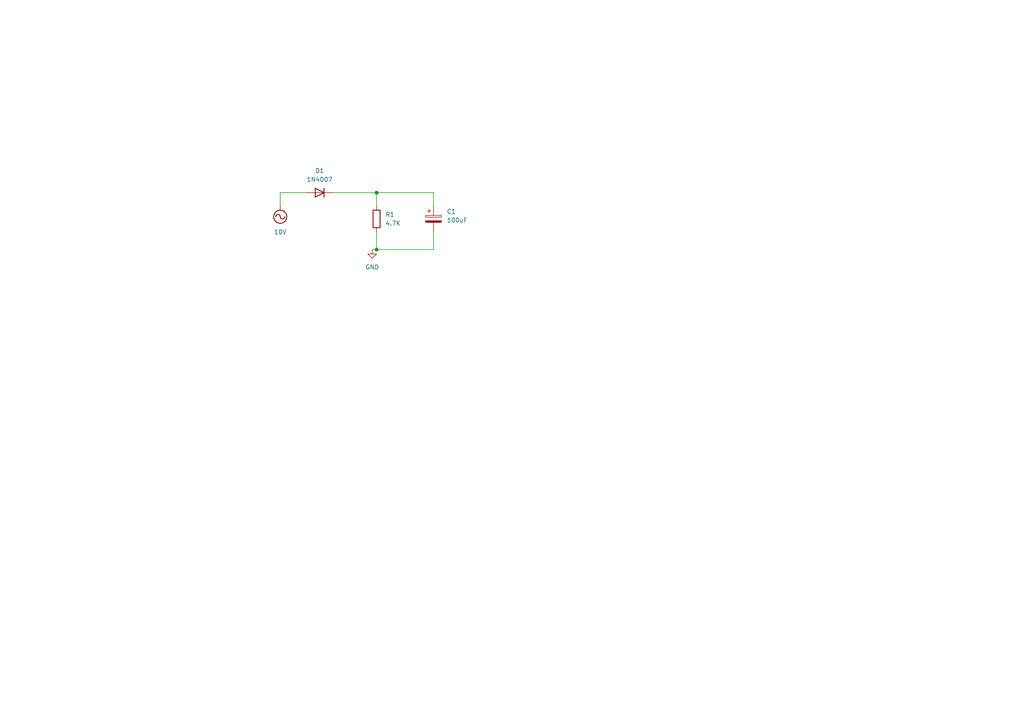
<source format=kicad_sch>
(kicad_sch (version 20231120) (generator "eeschema") (generator_version "8.0")
  (paper "A4")
  (lib_symbols
    (symbol "Device:C_Polarized" (pin_numbers hide) (pin_names (offset 0.254))
      (property "Reference" "C" (at 0.635 2.54 0))
      (property "Value" "C_Polarized" (at 0.635 -2.54 0))
      (symbol "C_Polarized_0_1"
        (rectangle (start -2.286 0.508) (end 2.286 1.016))
        (polyline (pts (xy -1.778 2.286) (xy -0.762 2.286)))
        (polyline (pts (xy -1.27 2.794) (xy -1.27 1.778)))
        (rectangle (start 2.286 -0.508) (end -2.286 -1.016) (fill (type outline)))
      )
      (symbol "C_Polarized_1_1"
        (pin passive line (at 0 3.81 270) (length 2.794) (name "~") (number "1"))
        (pin passive line (at 0 -3.81 90) (length 2.794) (name "~") (number "2"))
      )
    )
    (symbol "Device:R" (pin_numbers hide) (pin_names (offset 0))
      (property "Reference" "R" (at 2.032 0 90))
      (property "Value" "R" (at 0 0 90))
      (symbol "R_0_1"
        (rectangle (start -1.016 -2.54) (end 1.016 2.54) (stroke (width 0.254)))
      )
      (symbol "R_1_1"
        (pin passive line (at 0 3.81 270) (length 1.27) (name "~") (number "1"))
        (pin passive line (at 0 -3.81 90) (length 1.27) (name "~") (number "2"))
      )
    )
    (symbol "Diode:1N4007" (pin_numbers hide) (pin_names hide)
      (property "Reference" "D" (at 0 2.54 0))
      (property "Value" "1N4007" (at 0 -2.54 0))
      (symbol "1N4007_0_1"
        (polyline (pts (xy -1.27 1.27) (xy -1.27 -1.27)) (stroke (width 0.254)))
        (polyline (pts (xy 1.27 0) (xy -1.27 0)))
        (polyline (pts (xy 1.27 1.27) (xy 1.27 -1.27) (xy -1.27 0) (xy 1.27 1.27)) (stroke (width 0.254)))
      )
      (symbol "1N4007_1_1"
        (pin passive line (at -3.81 0 0) (length 2.54) (name "K") (number "1"))
        (pin passive line (at 3.81 0 180) (length 2.54) (name "A") (number "2"))
      )
    )
    (symbol "power:AC" (power) (pin_numbers hide) (pin_names (offset 0) hide)
      (property "Value" "AC" (at 0 6.35 0))
      (symbol "AC_0_1"
        (polyline (pts (xy 0 0) (xy 0 1.27)))
        (arc (start 0 3.175) (mid -0.635 3.8073) (end -1.27 3.175) (stroke (width 0.254)))
        (arc (start 0 3.175) (mid 0.635 2.5427) (end 1.27 3.175) (stroke (width 0.254)))
        (circle (center 0 3.175) (radius 1.905) (stroke (width 0.254)))
      )
      (symbol "AC_1_1"
        (pin power_in line (at 0 0 90) (length 0) (name "~") (number "1"))
      )
    )
    (symbol "power:GND" (power) (pin_numbers hide) (pin_names (offset 0) hide)
      (property "Value" "GND" (at 0 -3.81 0))
      (symbol "GND_0_1"
        (polyline (pts (xy 0 0) (xy 0 -1.27) (xy 1.27 -1.27) (xy 0 -2.54) (xy -1.27 -1.27) (xy 0 -1.27)))
      )
      (symbol "GND_1_1"
        (pin power_in line (at 0 0 270) (length 0) (name "~") (number "1"))
      )
    )
  )
  (junction (at 109.22 55.88))
  (junction (at 109.22 72.39))
  (wire (pts (xy 109.22 67.31) (xy 109.22 72.39)))
  (wire (pts (xy 109.22 55.88) (xy 109.22 59.69)))
  (wire (pts (xy 96.52 55.88) (xy 109.22 55.88)))
  (wire (pts (xy 81.28 59.69) (xy 81.28 55.88)))
  (wire (pts (xy 125.73 59.69) (xy 125.73 55.88)))
  (wire (pts (xy 109.22 72.39) (xy 125.73 72.39)))
  (wire (pts (xy 81.28 55.88) (xy 88.9 55.88)))
  (wire (pts (xy 109.22 55.88) (xy 125.73 55.88)))
  (wire (pts (xy 125.73 67.31) (xy 125.73 72.39)))
  (wire (pts (xy 107.95 72.39) (xy 109.22 72.39)))
  (symbol (lib_id "Device:R") (at 109.22 63.5 0) (unit 1)
    (property "Reference" "R1" (at 111.76 62.2299 0) (effects (justify left)))
    (property "Value" "4.7K" (at 111.76 64.7699 0) (effects (justify left)))
    (property "Description" "Resistor" (effects (hide yes)))
  )
  (symbol (lib_id "Diode:1N4007") (at 92.71 55.88 180) (unit 1)
    (property "Reference" "D1" (at 92.71 49.53 0))
    (property "Value" "1N4007" (at 92.71 52.07 0))
    (property "Footprint" "Diode_THT:D_DO-41_SOD81_P10.16mm_Horizontal" (effects (hide yes)))
    (property "Datasheet" "http://www.vishay.com/docs/88503/1n4001.pdf" (effects (hide yes)))
    (property "Description" "1000V 1A General Purpose Rectifier Diode, DO-41" (effects (hide yes)))
    (property "Sim.Device" "D" (effects (hide yes)))
    (property "Sim.Pins" "1=K 2=A" (effects (hide yes)))
  )
  (symbol (lib_id "power:GND") (at 107.95 72.39 0) (unit 1)
    (property "Reference" "#PWR02" (effects (hide yes)))
    (property "Value" "GND" (at 107.95 77.47 0))
    (property "Description" "Power symbol creates a global label with name \"GND\" , ground" (effects (hide yes)))
  )
  (symbol (lib_id "Device:C_Polarized") (at 125.73 63.5 0) (unit 1)
    (property "Reference" "C1" (at 129.54 61.3409 0) (effects (justify left)))
    (property "Value" "100uF" (at 129.54 63.8809 0) (effects (justify left)))
    (property "Description" "Polarized capacitor" (effects (hide yes)))
  )
  (symbol (lib_id "power:AC") (at 81.28 59.69 180) (unit 1)
    (property "Reference" "#PWR01" (effects (hide yes)))
    (property "Value" "10V" (at 81.28 67.31 0))
    (property "Description" "Power symbol creates a global label with name \"AC\"" (effects (hide yes)))
  )
)
</source>
